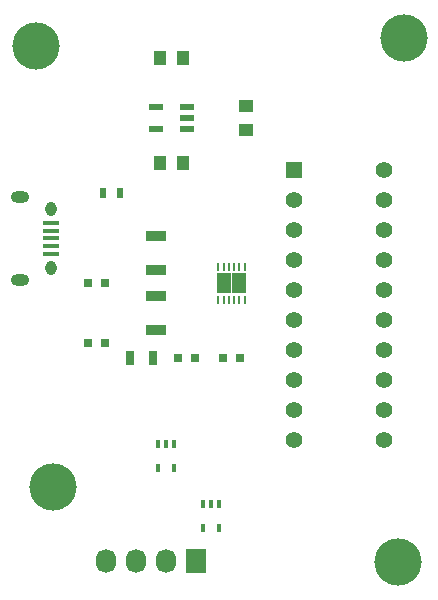
<source format=gbr>
G04 #@! TF.FileFunction,Soldermask,Top*
%FSLAX46Y46*%
G04 Gerber Fmt 4.6, Leading zero omitted, Abs format (unit mm)*
G04 Created by KiCad (PCBNEW (2015-07-31 BZR 6030)-product) date Fri Sep 11 12:39:26 2015*
%MOMM*%
G01*
G04 APERTURE LIST*
%ADD10C,0.100000*%
%ADD11C,4.000000*%
%ADD12R,1.250000X1.000000*%
%ADD13R,0.800000X0.750000*%
%ADD14R,1.000000X1.250000*%
%ADD15R,1.350000X0.400000*%
%ADD16O,0.950000X1.250000*%
%ADD17O,1.550000X1.000000*%
%ADD18R,0.500000X0.900000*%
%ADD19R,1.727200X2.032000*%
%ADD20O,1.727200X2.032000*%
%ADD21R,1.700000X0.900000*%
%ADD22R,0.700000X1.300000*%
%ADD23R,0.250000X0.700000*%
%ADD24R,1.190000X0.830000*%
%ADD25R,1.397000X1.397000*%
%ADD26C,1.397000*%
%ADD27R,1.220000X0.620000*%
%ADD28R,0.406400X0.660400*%
G04 APERTURE END LIST*
D10*
D11*
X109372400Y-101092000D03*
X138582400Y-107442000D03*
X139039600Y-63042800D03*
D12*
X125730000Y-68850000D03*
X125730000Y-70850000D03*
D13*
X113780000Y-83820000D03*
X112280000Y-83820000D03*
X113780000Y-88900000D03*
X112280000Y-88900000D03*
X119900000Y-90170000D03*
X121400000Y-90170000D03*
D14*
X118380000Y-73660000D03*
X120380000Y-73660000D03*
D13*
X123710000Y-90170000D03*
X125210000Y-90170000D03*
D14*
X118380000Y-64770000D03*
X120380000Y-64770000D03*
D15*
X109220000Y-78740000D03*
X109220000Y-79390000D03*
X109220000Y-80040000D03*
X109220000Y-80690000D03*
X109220000Y-81340000D03*
D16*
X109220000Y-77540000D03*
X109220000Y-82540000D03*
D17*
X106520000Y-76540000D03*
X106520000Y-83540000D03*
D18*
X115050000Y-76200000D03*
X113550000Y-76200000D03*
D19*
X121437400Y-107315000D03*
D20*
X118897400Y-107315000D03*
X116357400Y-107315000D03*
X113817400Y-107315000D03*
D21*
X118110000Y-87810000D03*
X118110000Y-84910000D03*
X118110000Y-82730000D03*
X118110000Y-79830000D03*
D22*
X115890000Y-90170000D03*
X117790000Y-90170000D03*
D23*
X123335000Y-85220000D03*
X123785000Y-85220000D03*
X124235000Y-85220000D03*
X124685000Y-85220000D03*
X125135000Y-85220000D03*
X125585000Y-85220000D03*
X125585000Y-82420000D03*
X125135000Y-82420000D03*
X124685000Y-82420000D03*
X124235000Y-82420000D03*
X123785000Y-82420000D03*
X123335000Y-82420000D03*
D24*
X125055000Y-83405000D03*
X123865000Y-83405000D03*
X125055000Y-84235000D03*
X123865000Y-84235000D03*
D25*
X129743200Y-74269600D03*
D26*
X129743200Y-76809600D03*
X129743200Y-79349600D03*
X129743200Y-81889600D03*
X129743200Y-84429600D03*
X129743200Y-86969600D03*
X129743200Y-89509600D03*
X129743200Y-92049600D03*
X129743200Y-94589600D03*
X129743200Y-97129600D03*
X137363200Y-97129600D03*
X137363200Y-94589600D03*
X137363200Y-92049600D03*
X137363200Y-89509600D03*
X137363200Y-86969600D03*
X137363200Y-84429600D03*
X137363200Y-81889600D03*
X137363200Y-79349600D03*
X137363200Y-76809600D03*
X137363200Y-74269600D03*
D27*
X118070000Y-68900000D03*
X118070000Y-70800000D03*
X120690000Y-68900000D03*
X120690000Y-70800000D03*
X120690000Y-69850000D03*
D28*
X123367800Y-102489000D03*
X122047000Y-102489000D03*
X122707400Y-102489000D03*
X122047000Y-104521000D03*
X123367800Y-104521000D03*
X119557800Y-97409000D03*
X118237000Y-97409000D03*
X118897400Y-97409000D03*
X118237000Y-99441000D03*
X119557800Y-99441000D03*
D11*
X107950000Y-63754000D03*
M02*

</source>
